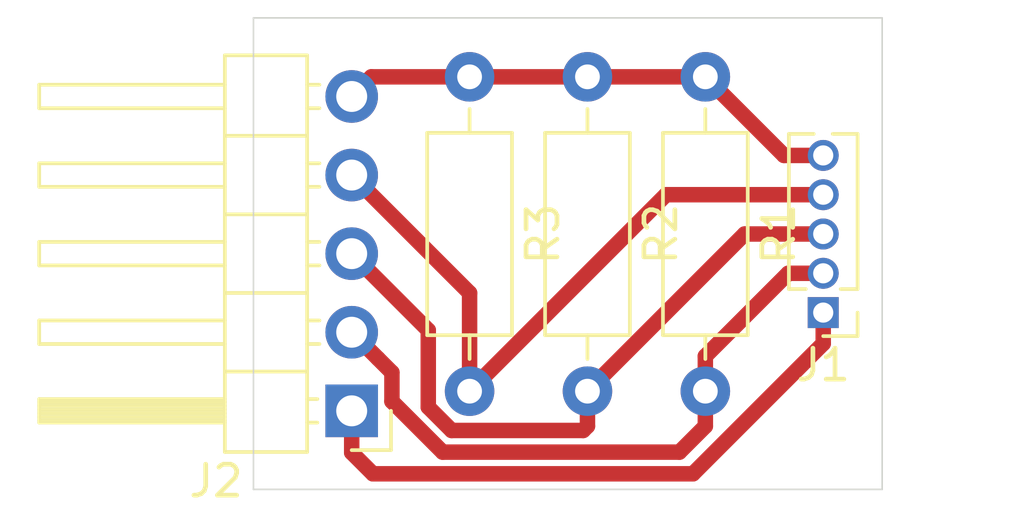
<source format=kicad_pcb>
(kicad_pcb (version 20171130) (host pcbnew 5.1.5+dfsg1-2build2)

  (general
    (thickness 1.6)
    (drawings 4)
    (tracks 33)
    (zones 0)
    (modules 5)
    (nets 6)
  )

  (page A4)
  (layers
    (0 F.Cu signal)
    (31 B.Cu signal)
    (32 B.Adhes user)
    (33 F.Adhes user)
    (34 B.Paste user)
    (35 F.Paste user)
    (36 B.SilkS user)
    (37 F.SilkS user)
    (38 B.Mask user)
    (39 F.Mask user)
    (40 Dwgs.User user)
    (41 Cmts.User user)
    (42 Eco1.User user)
    (43 Eco2.User user)
    (44 Edge.Cuts user)
    (45 Margin user)
    (46 B.CrtYd user)
    (47 F.CrtYd user)
    (48 B.Fab user)
    (49 F.Fab user)
  )

  (setup
    (last_trace_width 0.5)
    (user_trace_width 0.5)
    (trace_clearance 0.2)
    (zone_clearance 0.508)
    (zone_45_only no)
    (trace_min 0.2)
    (via_size 0.8)
    (via_drill 0.4)
    (via_min_size 0.4)
    (via_min_drill 0.3)
    (uvia_size 0.3)
    (uvia_drill 0.1)
    (uvias_allowed no)
    (uvia_min_size 0.2)
    (uvia_min_drill 0.1)
    (edge_width 0.05)
    (segment_width 0.2)
    (pcb_text_width 0.3)
    (pcb_text_size 1.5 1.5)
    (mod_edge_width 0.12)
    (mod_text_size 1 1)
    (mod_text_width 0.15)
    (pad_size 1.524 1.524)
    (pad_drill 0.762)
    (pad_to_mask_clearance 0.051)
    (solder_mask_min_width 0.25)
    (aux_axis_origin 0 0)
    (visible_elements FFFFFF7F)
    (pcbplotparams
      (layerselection 0x010fc_ffffffff)
      (usegerberextensions false)
      (usegerberattributes false)
      (usegerberadvancedattributes false)
      (creategerberjobfile false)
      (excludeedgelayer true)
      (linewidth 0.100000)
      (plotframeref false)
      (viasonmask false)
      (mode 1)
      (useauxorigin false)
      (hpglpennumber 1)
      (hpglpenspeed 20)
      (hpglpendiameter 15.000000)
      (psnegative false)
      (psa4output false)
      (plotreference true)
      (plotvalue true)
      (plotinvisibletext false)
      (padsonsilk false)
      (subtractmaskfromsilk false)
      (outputformat 1)
      (mirror false)
      (drillshape 0)
      (scaleselection 1)
      (outputdirectory "Gerbers/"))
  )

  (net 0 "")
  (net 1 "Net-(J1-Pad1)")
  (net 2 "Net-(J1-Pad2)")
  (net 3 "Net-(J1-Pad3)")
  (net 4 "Net-(J1-Pad4)")
  (net 5 "Net-(J1-Pad5)")

  (net_class Default "This is the default net class."
    (clearance 0.2)
    (trace_width 0.25)
    (via_dia 0.8)
    (via_drill 0.4)
    (uvia_dia 0.3)
    (uvia_drill 0.1)
    (add_net "Net-(J1-Pad1)")
    (add_net "Net-(J1-Pad2)")
    (add_net "Net-(J1-Pad3)")
    (add_net "Net-(J1-Pad4)")
    (add_net "Net-(J1-Pad5)")
  )

  (module Connector_PinHeader_1.27mm:PinHeader_1x05_P1.27mm_Vertical (layer F.Cu) (tedit 59FED6E3) (tstamp 5FA3E03E)
    (at 152.4 89.535 180)
    (descr "Through hole straight pin header, 1x05, 1.27mm pitch, single row")
    (tags "Through hole pin header THT 1x05 1.27mm single row")
    (path /5F7DC628)
    (fp_text reference J1 (at 0 -1.695) (layer F.SilkS)
      (effects (font (size 1 1) (thickness 0.15)))
    )
    (fp_text value Conn_01x05_Vert (at 0 6.775) (layer F.Fab)
      (effects (font (size 1 1) (thickness 0.15)))
    )
    (fp_line (start -0.525 -0.635) (end 1.05 -0.635) (layer F.Fab) (width 0.1))
    (fp_line (start 1.05 -0.635) (end 1.05 5.715) (layer F.Fab) (width 0.1))
    (fp_line (start 1.05 5.715) (end -1.05 5.715) (layer F.Fab) (width 0.1))
    (fp_line (start -1.05 5.715) (end -1.05 -0.11) (layer F.Fab) (width 0.1))
    (fp_line (start -1.05 -0.11) (end -0.525 -0.635) (layer F.Fab) (width 0.1))
    (fp_line (start -1.11 5.775) (end -0.30753 5.775) (layer F.SilkS) (width 0.12))
    (fp_line (start 0.30753 5.775) (end 1.11 5.775) (layer F.SilkS) (width 0.12))
    (fp_line (start -1.11 0.76) (end -1.11 5.775) (layer F.SilkS) (width 0.12))
    (fp_line (start 1.11 0.76) (end 1.11 5.775) (layer F.SilkS) (width 0.12))
    (fp_line (start -1.11 0.76) (end -0.563471 0.76) (layer F.SilkS) (width 0.12))
    (fp_line (start 0.563471 0.76) (end 1.11 0.76) (layer F.SilkS) (width 0.12))
    (fp_line (start -1.11 0) (end -1.11 -0.76) (layer F.SilkS) (width 0.12))
    (fp_line (start -1.11 -0.76) (end 0 -0.76) (layer F.SilkS) (width 0.12))
    (fp_line (start -1.55 -1.15) (end -1.55 6.25) (layer F.CrtYd) (width 0.05))
    (fp_line (start -1.55 6.25) (end 1.55 6.25) (layer F.CrtYd) (width 0.05))
    (fp_line (start 1.55 6.25) (end 1.55 -1.15) (layer F.CrtYd) (width 0.05))
    (fp_line (start 1.55 -1.15) (end -1.55 -1.15) (layer F.CrtYd) (width 0.05))
    (fp_text user %R (at 0 2.54 90) (layer F.Fab)
      (effects (font (size 1 1) (thickness 0.15)))
    )
    (pad 1 thru_hole rect (at 0 0 180) (size 1 1) (drill 0.65) (layers *.Cu *.Mask)
      (net 1 "Net-(J1-Pad1)"))
    (pad 2 thru_hole oval (at 0 1.27 180) (size 1 1) (drill 0.65) (layers *.Cu *.Mask)
      (net 2 "Net-(J1-Pad2)"))
    (pad 3 thru_hole oval (at 0 2.54 180) (size 1 1) (drill 0.65) (layers *.Cu *.Mask)
      (net 3 "Net-(J1-Pad3)"))
    (pad 4 thru_hole oval (at 0 3.81 180) (size 1 1) (drill 0.65) (layers *.Cu *.Mask)
      (net 4 "Net-(J1-Pad4)"))
    (pad 5 thru_hole oval (at 0 5.08 180) (size 1 1) (drill 0.65) (layers *.Cu *.Mask)
      (net 5 "Net-(J1-Pad5)"))
    (model ${KISYS3DMOD}/Connector_PinHeader_1.27mm.3dshapes/PinHeader_1x05_P1.27mm_Vertical.wrl
      (at (xyz 0 0 0))
      (scale (xyz 1 1 1))
      (rotate (xyz 0 0 0))
    )
  )

  (module Connector_PinHeader_2.54mm:PinHeader_1x05_P2.54mm_Horizontal (layer F.Cu) (tedit 59FED5CB) (tstamp 5FA3E098)
    (at 137.16 92.71 180)
    (descr "Through hole angled pin header, 1x05, 2.54mm pitch, 6mm pin length, single row")
    (tags "Through hole angled pin header THT 1x05 2.54mm single row")
    (path /5F7F5998)
    (fp_text reference J2 (at 4.385 -2.27) (layer F.SilkS)
      (effects (font (size 1 1) (thickness 0.15)))
    )
    (fp_text value Conn_01x05_Horiz (at 4.385 12.43) (layer F.Fab)
      (effects (font (size 1 1) (thickness 0.15)))
    )
    (fp_line (start 2.135 -1.27) (end 4.04 -1.27) (layer F.Fab) (width 0.1))
    (fp_line (start 4.04 -1.27) (end 4.04 11.43) (layer F.Fab) (width 0.1))
    (fp_line (start 4.04 11.43) (end 1.5 11.43) (layer F.Fab) (width 0.1))
    (fp_line (start 1.5 11.43) (end 1.5 -0.635) (layer F.Fab) (width 0.1))
    (fp_line (start 1.5 -0.635) (end 2.135 -1.27) (layer F.Fab) (width 0.1))
    (fp_line (start -0.32 -0.32) (end 1.5 -0.32) (layer F.Fab) (width 0.1))
    (fp_line (start -0.32 -0.32) (end -0.32 0.32) (layer F.Fab) (width 0.1))
    (fp_line (start -0.32 0.32) (end 1.5 0.32) (layer F.Fab) (width 0.1))
    (fp_line (start 4.04 -0.32) (end 10.04 -0.32) (layer F.Fab) (width 0.1))
    (fp_line (start 10.04 -0.32) (end 10.04 0.32) (layer F.Fab) (width 0.1))
    (fp_line (start 4.04 0.32) (end 10.04 0.32) (layer F.Fab) (width 0.1))
    (fp_line (start -0.32 2.22) (end 1.5 2.22) (layer F.Fab) (width 0.1))
    (fp_line (start -0.32 2.22) (end -0.32 2.86) (layer F.Fab) (width 0.1))
    (fp_line (start -0.32 2.86) (end 1.5 2.86) (layer F.Fab) (width 0.1))
    (fp_line (start 4.04 2.22) (end 10.04 2.22) (layer F.Fab) (width 0.1))
    (fp_line (start 10.04 2.22) (end 10.04 2.86) (layer F.Fab) (width 0.1))
    (fp_line (start 4.04 2.86) (end 10.04 2.86) (layer F.Fab) (width 0.1))
    (fp_line (start -0.32 4.76) (end 1.5 4.76) (layer F.Fab) (width 0.1))
    (fp_line (start -0.32 4.76) (end -0.32 5.4) (layer F.Fab) (width 0.1))
    (fp_line (start -0.32 5.4) (end 1.5 5.4) (layer F.Fab) (width 0.1))
    (fp_line (start 4.04 4.76) (end 10.04 4.76) (layer F.Fab) (width 0.1))
    (fp_line (start 10.04 4.76) (end 10.04 5.4) (layer F.Fab) (width 0.1))
    (fp_line (start 4.04 5.4) (end 10.04 5.4) (layer F.Fab) (width 0.1))
    (fp_line (start -0.32 7.3) (end 1.5 7.3) (layer F.Fab) (width 0.1))
    (fp_line (start -0.32 7.3) (end -0.32 7.94) (layer F.Fab) (width 0.1))
    (fp_line (start -0.32 7.94) (end 1.5 7.94) (layer F.Fab) (width 0.1))
    (fp_line (start 4.04 7.3) (end 10.04 7.3) (layer F.Fab) (width 0.1))
    (fp_line (start 10.04 7.3) (end 10.04 7.94) (layer F.Fab) (width 0.1))
    (fp_line (start 4.04 7.94) (end 10.04 7.94) (layer F.Fab) (width 0.1))
    (fp_line (start -0.32 9.84) (end 1.5 9.84) (layer F.Fab) (width 0.1))
    (fp_line (start -0.32 9.84) (end -0.32 10.48) (layer F.Fab) (width 0.1))
    (fp_line (start -0.32 10.48) (end 1.5 10.48) (layer F.Fab) (width 0.1))
    (fp_line (start 4.04 9.84) (end 10.04 9.84) (layer F.Fab) (width 0.1))
    (fp_line (start 10.04 9.84) (end 10.04 10.48) (layer F.Fab) (width 0.1))
    (fp_line (start 4.04 10.48) (end 10.04 10.48) (layer F.Fab) (width 0.1))
    (fp_line (start 1.44 -1.33) (end 1.44 11.49) (layer F.SilkS) (width 0.12))
    (fp_line (start 1.44 11.49) (end 4.1 11.49) (layer F.SilkS) (width 0.12))
    (fp_line (start 4.1 11.49) (end 4.1 -1.33) (layer F.SilkS) (width 0.12))
    (fp_line (start 4.1 -1.33) (end 1.44 -1.33) (layer F.SilkS) (width 0.12))
    (fp_line (start 4.1 -0.38) (end 10.1 -0.38) (layer F.SilkS) (width 0.12))
    (fp_line (start 10.1 -0.38) (end 10.1 0.38) (layer F.SilkS) (width 0.12))
    (fp_line (start 10.1 0.38) (end 4.1 0.38) (layer F.SilkS) (width 0.12))
    (fp_line (start 4.1 -0.32) (end 10.1 -0.32) (layer F.SilkS) (width 0.12))
    (fp_line (start 4.1 -0.2) (end 10.1 -0.2) (layer F.SilkS) (width 0.12))
    (fp_line (start 4.1 -0.08) (end 10.1 -0.08) (layer F.SilkS) (width 0.12))
    (fp_line (start 4.1 0.04) (end 10.1 0.04) (layer F.SilkS) (width 0.12))
    (fp_line (start 4.1 0.16) (end 10.1 0.16) (layer F.SilkS) (width 0.12))
    (fp_line (start 4.1 0.28) (end 10.1 0.28) (layer F.SilkS) (width 0.12))
    (fp_line (start 1.11 -0.38) (end 1.44 -0.38) (layer F.SilkS) (width 0.12))
    (fp_line (start 1.11 0.38) (end 1.44 0.38) (layer F.SilkS) (width 0.12))
    (fp_line (start 1.44 1.27) (end 4.1 1.27) (layer F.SilkS) (width 0.12))
    (fp_line (start 4.1 2.16) (end 10.1 2.16) (layer F.SilkS) (width 0.12))
    (fp_line (start 10.1 2.16) (end 10.1 2.92) (layer F.SilkS) (width 0.12))
    (fp_line (start 10.1 2.92) (end 4.1 2.92) (layer F.SilkS) (width 0.12))
    (fp_line (start 1.042929 2.16) (end 1.44 2.16) (layer F.SilkS) (width 0.12))
    (fp_line (start 1.042929 2.92) (end 1.44 2.92) (layer F.SilkS) (width 0.12))
    (fp_line (start 1.44 3.81) (end 4.1 3.81) (layer F.SilkS) (width 0.12))
    (fp_line (start 4.1 4.7) (end 10.1 4.7) (layer F.SilkS) (width 0.12))
    (fp_line (start 10.1 4.7) (end 10.1 5.46) (layer F.SilkS) (width 0.12))
    (fp_line (start 10.1 5.46) (end 4.1 5.46) (layer F.SilkS) (width 0.12))
    (fp_line (start 1.042929 4.7) (end 1.44 4.7) (layer F.SilkS) (width 0.12))
    (fp_line (start 1.042929 5.46) (end 1.44 5.46) (layer F.SilkS) (width 0.12))
    (fp_line (start 1.44 6.35) (end 4.1 6.35) (layer F.SilkS) (width 0.12))
    (fp_line (start 4.1 7.24) (end 10.1 7.24) (layer F.SilkS) (width 0.12))
    (fp_line (start 10.1 7.24) (end 10.1 8) (layer F.SilkS) (width 0.12))
    (fp_line (start 10.1 8) (end 4.1 8) (layer F.SilkS) (width 0.12))
    (fp_line (start 1.042929 7.24) (end 1.44 7.24) (layer F.SilkS) (width 0.12))
    (fp_line (start 1.042929 8) (end 1.44 8) (layer F.SilkS) (width 0.12))
    (fp_line (start 1.44 8.89) (end 4.1 8.89) (layer F.SilkS) (width 0.12))
    (fp_line (start 4.1 9.78) (end 10.1 9.78) (layer F.SilkS) (width 0.12))
    (fp_line (start 10.1 9.78) (end 10.1 10.54) (layer F.SilkS) (width 0.12))
    (fp_line (start 10.1 10.54) (end 4.1 10.54) (layer F.SilkS) (width 0.12))
    (fp_line (start 1.042929 9.78) (end 1.44 9.78) (layer F.SilkS) (width 0.12))
    (fp_line (start 1.042929 10.54) (end 1.44 10.54) (layer F.SilkS) (width 0.12))
    (fp_line (start -1.27 0) (end -1.27 -1.27) (layer F.SilkS) (width 0.12))
    (fp_line (start -1.27 -1.27) (end 0 -1.27) (layer F.SilkS) (width 0.12))
    (fp_line (start -1.8 -1.8) (end -1.8 11.95) (layer F.CrtYd) (width 0.05))
    (fp_line (start -1.8 11.95) (end 10.55 11.95) (layer F.CrtYd) (width 0.05))
    (fp_line (start 10.55 11.95) (end 10.55 -1.8) (layer F.CrtYd) (width 0.05))
    (fp_line (start 10.55 -1.8) (end -1.8 -1.8) (layer F.CrtYd) (width 0.05))
    (fp_text user %R (at 2.77 5.08 90) (layer F.Fab)
      (effects (font (size 1 1) (thickness 0.15)))
    )
    (pad 1 thru_hole rect (at 0 0 180) (size 1.7 1.7) (drill 1) (layers *.Cu *.Mask)
      (net 1 "Net-(J1-Pad1)"))
    (pad 2 thru_hole oval (at 0 2.54 180) (size 1.7 1.7) (drill 1) (layers *.Cu *.Mask)
      (net 2 "Net-(J1-Pad2)"))
    (pad 3 thru_hole oval (at 0 5.08 180) (size 1.7 1.7) (drill 1) (layers *.Cu *.Mask)
      (net 3 "Net-(J1-Pad3)"))
    (pad 4 thru_hole oval (at 0 7.62 180) (size 1.7 1.7) (drill 1) (layers *.Cu *.Mask)
      (net 4 "Net-(J1-Pad4)"))
    (pad 5 thru_hole oval (at 0 10.16 180) (size 1.7 1.7) (drill 1) (layers *.Cu *.Mask)
      (net 5 "Net-(J1-Pad5)"))
    (model ${KISYS3DMOD}/Connector_PinHeader_2.54mm.3dshapes/PinHeader_1x05_P2.54mm_Horizontal.wrl
      (at (xyz 0 0 0))
      (scale (xyz 1 1 1))
      (rotate (xyz 0 0 0))
    )
  )

  (module Resistor_THT:R_Axial_DIN0207_L6.3mm_D2.5mm_P10.16mm_Horizontal (layer F.Cu) (tedit 5AE5139B) (tstamp 5FA3E0AF)
    (at 148.59 81.915 270)
    (descr "Resistor, Axial_DIN0207 series, Axial, Horizontal, pin pitch=10.16mm, 0.25W = 1/4W, length*diameter=6.3*2.5mm^2, http://cdn-reichelt.de/documents/datenblatt/B400/1_4W%23YAG.pdf")
    (tags "Resistor Axial_DIN0207 series Axial Horizontal pin pitch 10.16mm 0.25W = 1/4W length 6.3mm diameter 2.5mm")
    (path /5F7E4431)
    (fp_text reference R1 (at 5.08 -2.37 90) (layer F.SilkS)
      (effects (font (size 1 1) (thickness 0.15)))
    )
    (fp_text value 2K7 (at 5.08 2.37 90) (layer F.Fab)
      (effects (font (size 1 1) (thickness 0.15)))
    )
    (fp_line (start 1.93 -1.25) (end 1.93 1.25) (layer F.Fab) (width 0.1))
    (fp_line (start 1.93 1.25) (end 8.23 1.25) (layer F.Fab) (width 0.1))
    (fp_line (start 8.23 1.25) (end 8.23 -1.25) (layer F.Fab) (width 0.1))
    (fp_line (start 8.23 -1.25) (end 1.93 -1.25) (layer F.Fab) (width 0.1))
    (fp_line (start 0 0) (end 1.93 0) (layer F.Fab) (width 0.1))
    (fp_line (start 10.16 0) (end 8.23 0) (layer F.Fab) (width 0.1))
    (fp_line (start 1.81 -1.37) (end 1.81 1.37) (layer F.SilkS) (width 0.12))
    (fp_line (start 1.81 1.37) (end 8.35 1.37) (layer F.SilkS) (width 0.12))
    (fp_line (start 8.35 1.37) (end 8.35 -1.37) (layer F.SilkS) (width 0.12))
    (fp_line (start 8.35 -1.37) (end 1.81 -1.37) (layer F.SilkS) (width 0.12))
    (fp_line (start 1.04 0) (end 1.81 0) (layer F.SilkS) (width 0.12))
    (fp_line (start 9.12 0) (end 8.35 0) (layer F.SilkS) (width 0.12))
    (fp_line (start -1.05 -1.5) (end -1.05 1.5) (layer F.CrtYd) (width 0.05))
    (fp_line (start -1.05 1.5) (end 11.21 1.5) (layer F.CrtYd) (width 0.05))
    (fp_line (start 11.21 1.5) (end 11.21 -1.5) (layer F.CrtYd) (width 0.05))
    (fp_line (start 11.21 -1.5) (end -1.05 -1.5) (layer F.CrtYd) (width 0.05))
    (fp_text user %R (at 5.08 -0.255001 90) (layer F.Fab)
      (effects (font (size 1 1) (thickness 0.15)))
    )
    (pad 1 thru_hole circle (at 0 0 270) (size 1.6 1.6) (drill 0.8) (layers *.Cu *.Mask)
      (net 5 "Net-(J1-Pad5)"))
    (pad 2 thru_hole oval (at 10.16 0 270) (size 1.6 1.6) (drill 0.8) (layers *.Cu *.Mask)
      (net 2 "Net-(J1-Pad2)"))
    (model ${KISYS3DMOD}/Resistor_THT.3dshapes/R_Axial_DIN0207_L6.3mm_D2.5mm_P10.16mm_Horizontal.wrl
      (at (xyz 0 0 0))
      (scale (xyz 1 1 1))
      (rotate (xyz 0 0 0))
    )
  )

  (module Resistor_THT:R_Axial_DIN0207_L6.3mm_D2.5mm_P10.16mm_Horizontal (layer F.Cu) (tedit 5AE5139B) (tstamp 5FA3E0C6)
    (at 144.78 81.915 270)
    (descr "Resistor, Axial_DIN0207 series, Axial, Horizontal, pin pitch=10.16mm, 0.25W = 1/4W, length*diameter=6.3*2.5mm^2, http://cdn-reichelt.de/documents/datenblatt/B400/1_4W%23YAG.pdf")
    (tags "Resistor Axial_DIN0207 series Axial Horizontal pin pitch 10.16mm 0.25W = 1/4W length 6.3mm diameter 2.5mm")
    (path /5F7E488C)
    (fp_text reference R2 (at 5.08 -2.37 90) (layer F.SilkS)
      (effects (font (size 1 1) (thickness 0.15)))
    )
    (fp_text value 2K7 (at 5.08 2.37 90) (layer F.Fab)
      (effects (font (size 1 1) (thickness 0.15)))
    )
    (fp_text user %R (at 5.08 0 90) (layer F.Fab)
      (effects (font (size 1 1) (thickness 0.15)))
    )
    (fp_line (start 11.21 -1.5) (end -1.05 -1.5) (layer F.CrtYd) (width 0.05))
    (fp_line (start 11.21 1.5) (end 11.21 -1.5) (layer F.CrtYd) (width 0.05))
    (fp_line (start -1.05 1.5) (end 11.21 1.5) (layer F.CrtYd) (width 0.05))
    (fp_line (start -1.05 -1.5) (end -1.05 1.5) (layer F.CrtYd) (width 0.05))
    (fp_line (start 9.12 0) (end 8.35 0) (layer F.SilkS) (width 0.12))
    (fp_line (start 1.04 0) (end 1.81 0) (layer F.SilkS) (width 0.12))
    (fp_line (start 8.35 -1.37) (end 1.81 -1.37) (layer F.SilkS) (width 0.12))
    (fp_line (start 8.35 1.37) (end 8.35 -1.37) (layer F.SilkS) (width 0.12))
    (fp_line (start 1.81 1.37) (end 8.35 1.37) (layer F.SilkS) (width 0.12))
    (fp_line (start 1.81 -1.37) (end 1.81 1.37) (layer F.SilkS) (width 0.12))
    (fp_line (start 10.16 0) (end 8.23 0) (layer F.Fab) (width 0.1))
    (fp_line (start 0 0) (end 1.93 0) (layer F.Fab) (width 0.1))
    (fp_line (start 8.23 -1.25) (end 1.93 -1.25) (layer F.Fab) (width 0.1))
    (fp_line (start 8.23 1.25) (end 8.23 -1.25) (layer F.Fab) (width 0.1))
    (fp_line (start 1.93 1.25) (end 8.23 1.25) (layer F.Fab) (width 0.1))
    (fp_line (start 1.93 -1.25) (end 1.93 1.25) (layer F.Fab) (width 0.1))
    (pad 2 thru_hole oval (at 10.16 0 270) (size 1.6 1.6) (drill 0.8) (layers *.Cu *.Mask)
      (net 3 "Net-(J1-Pad3)"))
    (pad 1 thru_hole circle (at 0 0 270) (size 1.6 1.6) (drill 0.8) (layers *.Cu *.Mask)
      (net 5 "Net-(J1-Pad5)"))
    (model ${KISYS3DMOD}/Resistor_THT.3dshapes/R_Axial_DIN0207_L6.3mm_D2.5mm_P10.16mm_Horizontal.wrl
      (at (xyz 0 0 0))
      (scale (xyz 1 1 1))
      (rotate (xyz 0 0 0))
    )
  )

  (module Resistor_THT:R_Axial_DIN0207_L6.3mm_D2.5mm_P10.16mm_Horizontal (layer F.Cu) (tedit 5AE5139B) (tstamp 5FA3E0DD)
    (at 140.97 81.915 270)
    (descr "Resistor, Axial_DIN0207 series, Axial, Horizontal, pin pitch=10.16mm, 0.25W = 1/4W, length*diameter=6.3*2.5mm^2, http://cdn-reichelt.de/documents/datenblatt/B400/1_4W%23YAG.pdf")
    (tags "Resistor Axial_DIN0207 series Axial Horizontal pin pitch 10.16mm 0.25W = 1/4W length 6.3mm diameter 2.5mm")
    (path /5F7E4A1D)
    (fp_text reference R3 (at 5.08 -2.37 90) (layer F.SilkS)
      (effects (font (size 1 1) (thickness 0.15)))
    )
    (fp_text value 2K7 (at 5.08 2.37 90) (layer F.Fab)
      (effects (font (size 1 1) (thickness 0.15)))
    )
    (fp_line (start 1.93 -1.25) (end 1.93 1.25) (layer F.Fab) (width 0.1))
    (fp_line (start 1.93 1.25) (end 8.23 1.25) (layer F.Fab) (width 0.1))
    (fp_line (start 8.23 1.25) (end 8.23 -1.25) (layer F.Fab) (width 0.1))
    (fp_line (start 8.23 -1.25) (end 1.93 -1.25) (layer F.Fab) (width 0.1))
    (fp_line (start 0 0) (end 1.93 0) (layer F.Fab) (width 0.1))
    (fp_line (start 10.16 0) (end 8.23 0) (layer F.Fab) (width 0.1))
    (fp_line (start 1.81 -1.37) (end 1.81 1.37) (layer F.SilkS) (width 0.12))
    (fp_line (start 1.81 1.37) (end 8.35 1.37) (layer F.SilkS) (width 0.12))
    (fp_line (start 8.35 1.37) (end 8.35 -1.37) (layer F.SilkS) (width 0.12))
    (fp_line (start 8.35 -1.37) (end 1.81 -1.37) (layer F.SilkS) (width 0.12))
    (fp_line (start 1.04 0) (end 1.81 0) (layer F.SilkS) (width 0.12))
    (fp_line (start 9.12 0) (end 8.35 0) (layer F.SilkS) (width 0.12))
    (fp_line (start -1.05 -1.5) (end -1.05 1.5) (layer F.CrtYd) (width 0.05))
    (fp_line (start -1.05 1.5) (end 11.21 1.5) (layer F.CrtYd) (width 0.05))
    (fp_line (start 11.21 1.5) (end 11.21 -1.5) (layer F.CrtYd) (width 0.05))
    (fp_line (start 11.21 -1.5) (end -1.05 -1.5) (layer F.CrtYd) (width 0.05))
    (fp_text user %R (at 5.08 0 90) (layer F.Fab)
      (effects (font (size 1 1) (thickness 0.15)))
    )
    (pad 1 thru_hole circle (at 0 0 270) (size 1.6 1.6) (drill 0.8) (layers *.Cu *.Mask)
      (net 5 "Net-(J1-Pad5)"))
    (pad 2 thru_hole oval (at 10.16 0 270) (size 1.6 1.6) (drill 0.8) (layers *.Cu *.Mask)
      (net 4 "Net-(J1-Pad4)"))
    (model ${KISYS3DMOD}/Resistor_THT.3dshapes/R_Axial_DIN0207_L6.3mm_D2.5mm_P10.16mm_Horizontal.wrl
      (at (xyz 0 0 0))
      (scale (xyz 1 1 1))
      (rotate (xyz 0 0 0))
    )
  )

  (gr_line (start 133.985 80.01) (end 154.305 80.01) (layer Edge.Cuts) (width 0.05) (tstamp 5FA3F22B))
  (gr_line (start 133.985 95.25) (end 133.985 80.01) (layer Edge.Cuts) (width 0.05))
  (gr_line (start 154.305 95.25) (end 133.985 95.25) (layer Edge.Cuts) (width 0.05))
  (gr_line (start 154.305 80.01) (end 154.305 95.25) (layer Edge.Cuts) (width 0.05))

  (segment (start 137.16 94.06) (end 137.16 92.71) (width 0.5) (layer F.Cu) (net 1))
  (segment (start 137.84502 94.74502) (end 137.16 94.06) (width 0.5) (layer F.Cu) (net 1))
  (segment (start 148.18998 94.74502) (end 137.84502 94.74502) (width 0.5) (layer F.Cu) (net 1))
  (segment (start 152.4 90.535) (end 148.18998 94.74502) (width 0.5) (layer F.Cu) (net 1))
  (segment (start 152.4 89.535) (end 152.4 90.535) (width 0.5) (layer F.Cu) (net 1))
  (segment (start 148.59 90.94363) (end 148.59 92.075) (width 0.5) (layer F.Cu) (net 2))
  (segment (start 151.26863 88.265) (end 148.59 90.94363) (width 0.5) (layer F.Cu) (net 2))
  (segment (start 152.4 88.265) (end 151.26863 88.265) (width 0.5) (layer F.Cu) (net 2))
  (segment (start 138.009999 91.019999) (end 137.16 90.17) (width 0.5) (layer F.Cu) (net 2))
  (segment (start 138.460001 91.470001) (end 138.009999 91.019999) (width 0.5) (layer F.Cu) (net 2))
  (segment (start 138.460001 92.404966) (end 138.460001 91.470001) (width 0.5) (layer F.Cu) (net 2))
  (segment (start 140.100045 94.04501) (end 138.460001 92.404966) (width 0.5) (layer F.Cu) (net 2))
  (segment (start 147.75136 94.04501) (end 140.100045 94.04501) (width 0.5) (layer F.Cu) (net 2))
  (segment (start 148.59 93.20637) (end 147.75136 94.04501) (width 0.5) (layer F.Cu) (net 2))
  (segment (start 148.59 92.075) (end 148.59 93.20637) (width 0.5) (layer F.Cu) (net 2))
  (segment (start 149.86 86.995) (end 144.78 92.075) (width 0.5) (layer F.Cu) (net 3))
  (segment (start 152.4 86.995) (end 149.86 86.995) (width 0.5) (layer F.Cu) (net 3))
  (segment (start 144.78 93.20637) (end 144.64137 93.345) (width 0.5) (layer F.Cu) (net 3))
  (segment (start 144.78 92.075) (end 144.78 93.20637) (width 0.5) (layer F.Cu) (net 3))
  (segment (start 140.389998 93.345) (end 139.63499 92.589992) (width 0.5) (layer F.Cu) (net 3))
  (segment (start 144.64137 93.345) (end 140.389998 93.345) (width 0.5) (layer F.Cu) (net 3))
  (segment (start 139.63499 90.10499) (end 137.16 87.63) (width 0.5) (layer F.Cu) (net 3))
  (segment (start 139.63499 92.589992) (end 139.63499 90.10499) (width 0.5) (layer F.Cu) (net 3))
  (segment (start 147.32 85.725) (end 140.97 92.075) (width 0.5) (layer F.Cu) (net 4))
  (segment (start 152.4 85.725) (end 147.32 85.725) (width 0.5) (layer F.Cu) (net 4))
  (segment (start 140.97 88.9) (end 137.16 85.09) (width 0.5) (layer F.Cu) (net 4))
  (segment (start 140.97 92.075) (end 140.97 88.9) (width 0.5) (layer F.Cu) (net 4))
  (segment (start 151.13 84.455) (end 148.59 81.915) (width 0.5) (layer F.Cu) (net 5))
  (segment (start 152.4 84.455) (end 151.13 84.455) (width 0.5) (layer F.Cu) (net 5))
  (segment (start 148.59 81.915) (end 144.78 81.915) (width 0.5) (layer F.Cu) (net 5))
  (segment (start 144.78 81.915) (end 140.97 81.915) (width 0.5) (layer F.Cu) (net 5))
  (segment (start 137.795 81.915) (end 137.16 82.55) (width 0.5) (layer F.Cu) (net 5))
  (segment (start 140.97 81.915) (end 137.795 81.915) (width 0.5) (layer F.Cu) (net 5))

)

</source>
